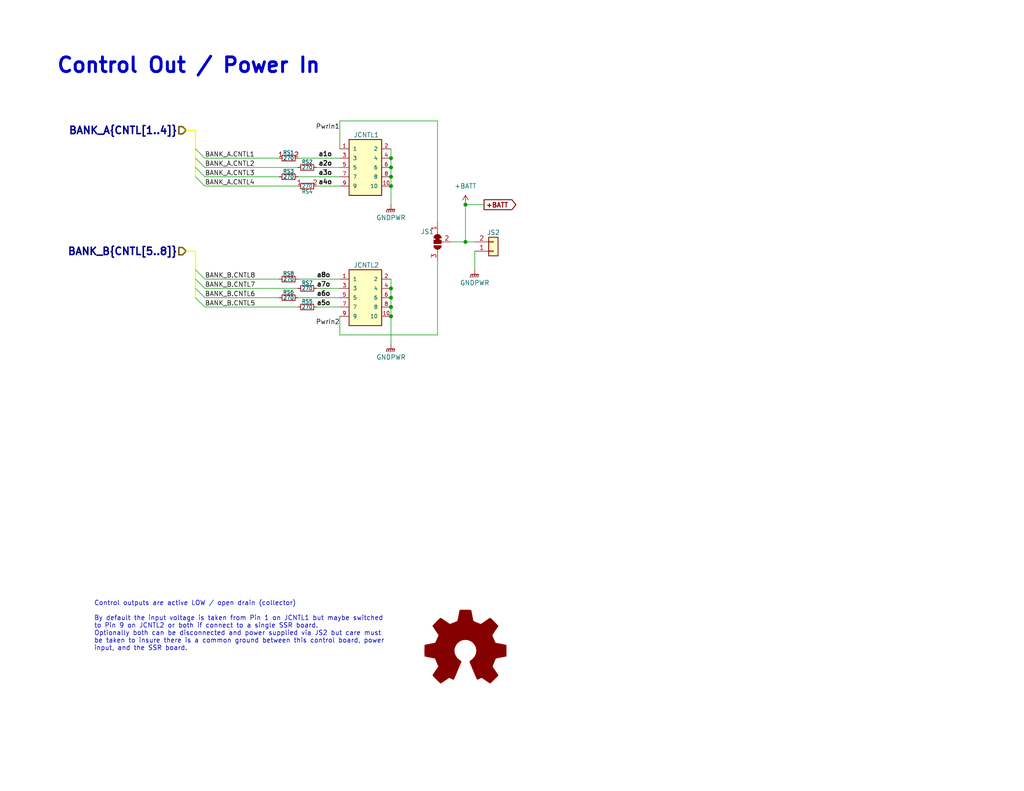
<source format=kicad_sch>
(kicad_sch (version 20211123) (generator eeschema)

  (uuid deebf65a-14ae-4e36-bfeb-9d99986ff000)

  (paper "USLetter")

  (title_block
    (date "2023-02-03")
    (rev "0.0.10")
    (comment 2 "creativecommons.org/licenses/by/4.0/")
    (comment 3 "License: CC By 4.0")
    (comment 4 "Author: Michael Cummings")
    (comment 5 "https://ohwr.org/project/cernohl/wikis/Documents/CERN-OHL-version-2")
    (comment 6 "Hardware License: CERN-OHL-W")
  )

  (lib_symbols
    (symbol "Connector_Generic:Conn_01x02" (pin_names (offset 1.016) hide) (in_bom yes) (on_board yes)
      (property "Reference" "JS2" (id 0) (at 0 4.826 0)
        (effects (font (size 1.27 1.27)))
      )
      (property "Value" "Conn_01x02" (id 1) (at 5.715 -22.225 0)
        (effects (font (size 1.27 1.27)) hide)
      )
      (property "Footprint" "Connector_PinHeader_1.00mm:PinHeader_1x02_P1.00mm_Vertical" (id 2) (at 19.05 -12.7 0)
        (effects (font (size 1.27 1.27)) hide)
      )
      (property "Datasheet" "~" (id 3) (at 0 0 0)
        (effects (font (size 1.27 1.27)) hide)
      )
      (property "Description" "Pin Header; 1mm 1x2 Vertical" (id 4) (at 13.97 -9.525 0)
        (effects (font (size 1.27 1.27)) hide)
      )
      (property "Package" "Other" (id 5) (at 2.54 -16.51 0)
        (effects (font (size 1.27 1.27)) hide)
      )
      (property "Type" "THT" (id 6) (at 1.27 -19.685 0)
        (effects (font (size 1.27 1.27)) hide)
      )
      (property "ki_keywords" "connector" (id 7) (at 0 0 0)
        (effects (font (size 1.27 1.27)) hide)
      )
      (property "ki_description" "Generic connector, single row, 01x02, script generated (kicad-library-utils/schlib/autogen/connector/)" (id 8) (at 0 0 0)
        (effects (font (size 1.27 1.27)) hide)
      )
      (property "ki_fp_filters" "Connector*:*_1x??_*" (id 9) (at 0 0 0)
        (effects (font (size 1.27 1.27)) hide)
      )
      (symbol "Conn_01x02_1_1"
        (rectangle (start -1.27 -2.413) (end 0 -2.667)
          (stroke (width 0.1524) (type default) (color 0 0 0 0))
          (fill (type none))
        )
        (rectangle (start -1.27 0.127) (end 0 -0.127)
          (stroke (width 0.1524) (type default) (color 0 0 0 0))
          (fill (type none))
        )
        (rectangle (start -1.27 1.27) (end 1.27 -3.81)
          (stroke (width 0.254) (type default) (color 0 0 0 0))
          (fill (type background))
        )
        (pin passive line (at -5.08 0 0) (length 3.81)
          (name "Pin_1" (effects (font (size 1.27 1.27))))
          (number "1" (effects (font (size 1.27 1.27))))
        )
        (pin passive line (at -5.08 -2.54 0) (length 3.81)
          (name "Pin_2" (effects (font (size 1.27 1.27))))
          (number "2" (effects (font (size 1.27 1.27))))
        )
      )
    )
    (symbol "Device:R_Small" (pin_numbers hide) (pin_names (offset 0.254) hide) (in_bom yes) (on_board yes)
      (property "Reference" "R" (id 0) (at 0.762 0.508 0)
        (effects (font (size 1.27 1.27)) (justify left))
      )
      (property "Value" "R_Small" (id 1) (at 0.762 -1.016 0)
        (effects (font (size 1.27 1.27)) (justify left))
      )
      (property "Footprint" "" (id 2) (at 0 0 0)
        (effects (font (size 1.27 1.27)) hide)
      )
      (property "Datasheet" "~" (id 3) (at 0 0 0)
        (effects (font (size 1.27 1.27)) hide)
      )
      (property "ki_keywords" "R resistor" (id 4) (at 0 0 0)
        (effects (font (size 1.27 1.27)) hide)
      )
      (property "ki_description" "Resistor, small symbol" (id 5) (at 0 0 0)
        (effects (font (size 1.27 1.27)) hide)
      )
      (property "ki_fp_filters" "R_*" (id 6) (at 0 0 0)
        (effects (font (size 1.27 1.27)) hide)
      )
      (symbol "R_Small_0_1"
        (rectangle (start -0.762 1.778) (end 0.762 -1.778)
          (stroke (width 0.2032) (type default) (color 0 0 0 0))
          (fill (type none))
        )
      )
      (symbol "R_Small_1_1"
        (pin passive line (at 0 2.54 270) (length 0.762)
          (name "~" (effects (font (size 1.27 1.27))))
          (number "1" (effects (font (size 1.27 1.27))))
        )
        (pin passive line (at 0 -2.54 90) (length 0.762)
          (name "~" (effects (font (size 1.27 1.27))))
          (number "2" (effects (font (size 1.27 1.27))))
        )
      )
    )
    (symbol "Graphic:Logo_Open_Hardware_Large" (pin_names (offset 1.016)) (in_bom yes) (on_board yes)
      (property "Reference" "#LOGO" (id 0) (at 0 12.7 0)
        (effects (font (size 1.27 1.27)) hide)
      )
      (property "Value" "Logo_Open_Hardware_Large" (id 1) (at 0 -10.16 0)
        (effects (font (size 1.27 1.27)) hide)
      )
      (property "Footprint" "" (id 2) (at 0 0 0)
        (effects (font (size 1.27 1.27)) hide)
      )
      (property "Datasheet" "~" (id 3) (at 0 0 0)
        (effects (font (size 1.27 1.27)) hide)
      )
      (property "ki_keywords" "Logo" (id 4) (at 0 0 0)
        (effects (font (size 1.27 1.27)) hide)
      )
      (property "ki_description" "Open Hardware logo, large" (id 5) (at 0 0 0)
        (effects (font (size 1.27 1.27)) hide)
      )
      (symbol "Logo_Open_Hardware_Large_1_1"
        (polyline
          (pts
            (xy 6.731 -8.7122)
            (xy 6.6294 -8.6614)
            (xy 6.35 -8.4836)
            (xy 5.9944 -8.255)
            (xy 5.5372 -7.9502)
            (xy 5.1054 -7.6454)
            (xy 4.7498 -7.4168)
            (xy 4.4958 -7.239)
            (xy 4.3942 -7.1882)
            (xy 4.318 -7.2136)
            (xy 4.1148 -7.3152)
            (xy 3.81 -7.4676)
            (xy 3.6322 -7.5692)
            (xy 3.3528 -7.6708)
            (xy 3.2258 -7.6962)
            (xy 3.2004 -7.6708)
            (xy 3.0988 -7.4676)
            (xy 2.9464 -7.0866)
            (xy 2.7178 -6.604)
            (xy 2.4892 -6.0452)
            (xy 2.2352 -5.4356)
            (xy 1.9558 -4.826)
            (xy 1.7272 -4.2164)
            (xy 1.4986 -3.683)
            (xy 1.3208 -3.2512)
            (xy 1.2192 -2.9464)
            (xy 1.1684 -2.8194)
            (xy 1.1938 -2.794)
            (xy 1.3208 -2.667)
            (xy 1.5748 -2.4892)
            (xy 2.0828 -2.0574)
            (xy 2.6162 -1.397)
            (xy 2.921 -0.6604)
            (xy 3.048 0.1524)
            (xy 2.9464 0.9144)
            (xy 2.6416 1.6256)
            (xy 2.1336 2.286)
            (xy 1.524 2.7686)
            (xy 0.8128 3.0734)
            (xy 0 3.175)
            (xy -0.762 3.0988)
            (xy -1.4986 2.794)
            (xy -2.159 2.286)
            (xy -2.4384 1.9812)
            (xy -2.8194 1.3208)
            (xy -3.048 0.6096)
            (xy -3.0734 0.4318)
            (xy -3.0226 -0.3556)
            (xy -2.794 -1.0922)
            (xy -2.3876 -1.7526)
            (xy -1.8288 -2.3114)
            (xy -1.7526 -2.3622)
            (xy -1.4732 -2.5654)
            (xy -1.2954 -2.6924)
            (xy -1.1684 -2.8194)
            (xy -2.159 -5.207)
            (xy -2.3114 -5.588)
            (xy -2.5908 -6.2484)
            (xy -2.8194 -6.8072)
            (xy -3.0226 -7.2644)
            (xy -3.1496 -7.5692)
            (xy -3.2258 -7.6708)
            (xy -3.2258 -7.6962)
            (xy -3.302 -7.6962)
            (xy -3.4798 -7.6454)
            (xy -3.8354 -7.4676)
            (xy -4.0386 -7.366)
            (xy -4.2926 -7.239)
            (xy -4.4196 -7.1882)
            (xy -4.5212 -7.239)
            (xy -4.7498 -7.3914)
            (xy -5.1054 -7.6454)
            (xy -5.5372 -7.9248)
            (xy -5.9436 -8.2042)
            (xy -6.3246 -8.4582)
            (xy -6.604 -8.636)
            (xy -6.731 -8.7122)
            (xy -6.7564 -8.7122)
            (xy -6.858 -8.636)
            (xy -7.0866 -8.4582)
            (xy -7.4168 -8.1534)
            (xy -7.874 -7.6962)
            (xy -7.9502 -7.62)
            (xy -8.3312 -7.239)
            (xy -8.636 -6.9088)
            (xy -8.8392 -6.6802)
            (xy -8.9154 -6.5786)
            (xy -8.9154 -6.5786)
            (xy -8.8392 -6.4516)
            (xy -8.6614 -6.1722)
            (xy -8.4328 -5.7912)
            (xy -8.128 -5.3594)
            (xy -7.3152 -4.191)
            (xy -7.7724 -3.0988)
            (xy -7.8994 -2.7686)
            (xy -8.0772 -2.3622)
            (xy -8.2042 -2.0828)
            (xy -8.255 -1.9558)
            (xy -8.382 -1.905)
            (xy -8.6614 -1.8542)
            (xy -9.0932 -1.7526)
            (xy -9.6266 -1.651)
            (xy -10.1092 -1.5748)
            (xy -10.541 -1.4732)
            (xy -10.8712 -1.4224)
            (xy -11.0236 -1.397)
            (xy -11.049 -1.3716)
            (xy -11.0744 -1.2954)
            (xy -11.0998 -1.143)
            (xy -11.0998 -0.889)
            (xy -11.1252 -0.4572)
            (xy -11.1252 0.1524)
            (xy -11.1252 0.2286)
            (xy -11.0998 0.8128)
            (xy -11.0998 1.27)
            (xy -11.0744 1.5494)
            (xy -11.0744 1.6764)
            (xy -11.0744 1.6764)
            (xy -10.922 1.7018)
            (xy -10.6172 1.778)
            (xy -10.16 1.8542)
            (xy -9.652 1.9558)
            (xy -9.6012 1.9812)
            (xy -9.0932 2.0828)
            (xy -8.636 2.159)
            (xy -8.3312 2.2352)
            (xy -8.2042 2.286)
            (xy -8.1788 2.3114)
            (xy -8.0772 2.5146)
            (xy -7.9248 2.8448)
            (xy -7.747 3.2512)
            (xy -7.5692 3.6576)
            (xy -7.4168 4.0386)
            (xy -7.3152 4.318)
            (xy -7.2898 4.445)
            (xy -7.2898 4.445)
            (xy -7.366 4.572)
            (xy -7.5438 4.826)
            (xy -7.7978 5.207)
            (xy -8.128 5.6642)
            (xy -8.128 5.6896)
            (xy -8.4328 6.1468)
            (xy -8.6868 6.5278)
            (xy -8.8392 6.7818)
            (xy -8.9154 6.9088)
            (xy -8.9154 6.9088)
            (xy -8.8138 7.0358)
            (xy -8.5852 7.2898)
            (xy -8.255 7.6454)
            (xy -7.874 8.0264)
            (xy -7.747 8.1534)
            (xy -7.3152 8.5852)
            (xy -7.0104 8.8646)
            (xy -6.8326 8.9916)
            (xy -6.731 9.0424)
            (xy -6.731 9.0424)
            (xy -6.604 8.9408)
            (xy -6.3246 8.763)
            (xy -5.9436 8.509)
            (xy -5.4864 8.2042)
            (xy -5.461 8.1788)
            (xy -5.0038 7.874)
            (xy -4.6482 7.62)
            (xy -4.3688 7.4422)
            (xy -4.2672 7.3914)
            (xy -4.2418 7.3914)
            (xy -4.064 7.4422)
            (xy -3.7338 7.5438)
            (xy -3.3528 7.6962)
            (xy -2.9464 7.874)
            (xy -2.5654 8.0264)
            (xy -2.286 8.1534)
            (xy -2.159 8.2296)
            (xy -2.159 8.2296)
            (xy -2.1082 8.382)
            (xy -2.032 8.7122)
            (xy -1.9304 9.1694)
            (xy -1.8288 9.7282)
            (xy -1.8034 9.8044)
            (xy -1.7018 10.3378)
            (xy -1.6256 10.7696)
            (xy -1.5748 11.0744)
            (xy -1.524 11.2014)
            (xy -1.4478 11.2268)
            (xy -1.1938 11.2522)
            (xy -0.8128 11.2522)
            (xy -0.3302 11.2522)
            (xy 0.1524 11.2522)
            (xy 0.6604 11.2522)
            (xy 1.0668 11.2268)
            (xy 1.3716 11.2014)
            (xy 1.4986 11.176)
            (xy 1.4986 11.176)
            (xy 1.5494 11.0236)
            (xy 1.6256 10.6934)
            (xy 1.7018 10.2108)
            (xy 1.8288 9.6774)
            (xy 1.8288 9.5758)
            (xy 1.9304 9.0424)
            (xy 2.032 8.6106)
            (xy 2.0828 8.3058)
            (xy 2.1336 8.2042)
            (xy 2.159 8.1788)
            (xy 2.3876 8.0772)
            (xy 2.7432 7.9248)
            (xy 3.175 7.747)
            (xy 4.191 7.3406)
            (xy 5.461 8.2042)
            (xy 5.5626 8.2804)
            (xy 6.0198 8.5852)
            (xy 6.3754 8.8392)
            (xy 6.6294 8.9916)
            (xy 6.7564 9.0424)
            (xy 6.7564 9.0424)
            (xy 6.8834 8.9408)
            (xy 7.1374 8.7122)
            (xy 7.4676 8.382)
            (xy 7.8486 7.9756)
            (xy 8.1534 7.6962)
            (xy 8.4836 7.3406)
            (xy 8.7122 7.112)
            (xy 8.8392 6.9596)
            (xy 8.8646 6.858)
            (xy 8.8646 6.8072)
            (xy 8.7884 6.6802)
            (xy 8.6106 6.4008)
            (xy 8.3312 6.0198)
            (xy 8.0264 5.588)
            (xy 7.7978 5.207)
            (xy 7.5184 4.8006)
            (xy 7.3406 4.4958)
            (xy 7.2898 4.3434)
            (xy 7.2898 4.2926)
            (xy 7.3914 4.0386)
            (xy 7.5184 3.683)
            (xy 7.7216 3.2258)
            (xy 8.1534 2.2352)
            (xy 8.7884 2.1082)
            (xy 9.1948 2.0574)
            (xy 9.7536 1.9304)
            (xy 10.2616 1.8288)
            (xy 11.0998 1.6764)
            (xy 11.1252 -1.3208)
            (xy 10.9982 -1.3716)
            (xy 10.8712 -1.397)
            (xy 10.5664 -1.4732)
            (xy 10.1346 -1.5494)
            (xy 9.6266 -1.651)
            (xy 9.1948 -1.7272)
            (xy 8.7376 -1.8288)
            (xy 8.4328 -1.8796)
            (xy 8.2804 -1.905)
            (xy 8.255 -1.9558)
            (xy 8.1534 -2.159)
            (xy 7.9756 -2.5146)
            (xy 7.8232 -2.921)
            (xy 7.6454 -3.3274)
            (xy 7.493 -3.7338)
            (xy 7.366 -4.0132)
            (xy 7.3406 -4.191)
            (xy 7.3914 -4.2926)
            (xy 7.5692 -4.5466)
            (xy 7.7978 -4.9276)
            (xy 8.1026 -5.3594)
            (xy 8.4074 -5.7912)
            (xy 8.6614 -6.1722)
            (xy 8.8138 -6.4262)
            (xy 8.89 -6.5532)
            (xy 8.8646 -6.6548)
            (xy 8.6868 -6.858)
            (xy 8.3566 -7.1882)
            (xy 7.874 -7.6708)
            (xy 7.7978 -7.747)
            (xy 7.3914 -8.128)
            (xy 7.0612 -8.4328)
            (xy 6.8326 -8.636)
            (xy 6.731 -8.7122)
          )
          (stroke (width 0) (type default) (color 0 0 0 0))
          (fill (type outline))
        )
      )
    )
    (symbol "Jumper:SolderJumper_3_Bridged12" (pin_names (offset 0) hide) (in_bom yes) (on_board yes)
      (property "Reference" "JS1" (id 0) (at -2.54 0 0)
        (effects (font (size 1.27 1.27)))
      )
      (property "Value" "SolderJumper_3_Bridged12" (id 1) (at 18.415 -15.24 0)
        (effects (font (size 1.27 1.27)) hide)
      )
      (property "Footprint" "Jumper:SolderJumper-3_P1.3mm_Bridged12_RoundedPad1.0x1.5mm_NumberLabels" (id 2) (at 39.37 -19.685 0)
        (effects (font (size 1.27 1.27)) hide)
      )
      (property "Datasheet" "~" (id 3) (at 1.905 -22.86 0)
        (effects (font (size 1.27 1.27)) hide)
      )
      (property "ki_keywords" "Solder Jumper SPDT" (id 4) (at 0 0 0)
        (effects (font (size 1.27 1.27)) hide)
      )
      (property "ki_description" "3-pole Solder Jumper, pins 1+2 closed/bridged" (id 5) (at 0 0 0)
        (effects (font (size 1.27 1.27)) hide)
      )
      (property "ki_fp_filters" "SolderJumper*Bridged12*" (id 6) (at 0 0 0)
        (effects (font (size 1.27 1.27)) hide)
      )
      (symbol "SolderJumper_3_Bridged12_0_1"
        (rectangle (start -1.016 0.508) (end -0.508 -0.508)
          (stroke (width 0) (type default) (color 0 0 0 0))
          (fill (type outline))
        )
        (arc (start -1.016 1.016) (mid -2.032 0) (end -1.016 -1.016)
          (stroke (width 0) (type default) (color 0 0 0 0))
          (fill (type none))
        )
        (arc (start -1.016 1.016) (mid -2.032 0) (end -1.016 -1.016)
          (stroke (width 0) (type default) (color 0 0 0 0))
          (fill (type outline))
        )
        (rectangle (start -0.508 1.016) (end 0.508 -1.016)
          (stroke (width 0) (type default) (color 0 0 0 0))
          (fill (type outline))
        )
        (polyline
          (pts
            (xy -2.54 0)
            (xy -2.032 0)
          )
          (stroke (width 0) (type default) (color 0 0 0 0))
          (fill (type none))
        )
        (polyline
          (pts
            (xy -1.016 1.016)
            (xy -1.016 -1.016)
          )
          (stroke (width 0) (type default) (color 0 0 0 0))
          (fill (type none))
        )
        (polyline
          (pts
            (xy 0 -1.27)
            (xy 0 -1.016)
          )
          (stroke (width 0) (type default) (color 0 0 0 0))
          (fill (type none))
        )
        (polyline
          (pts
            (xy 1.016 1.016)
            (xy 1.016 -1.016)
          )
          (stroke (width 0) (type default) (color 0 0 0 0))
          (fill (type none))
        )
        (polyline
          (pts
            (xy 2.54 0)
            (xy 2.032 0)
          )
          (stroke (width 0) (type default) (color 0 0 0 0))
          (fill (type none))
        )
        (arc (start 1.016 -1.016) (mid 2.032 0) (end 1.016 1.016)
          (stroke (width 0) (type default) (color 0 0 0 0))
          (fill (type none))
        )
        (arc (start 1.016 -1.016) (mid 2.032 0) (end 1.016 1.016)
          (stroke (width 0) (type default) (color 0 0 0 0))
          (fill (type outline))
        )
      )
      (symbol "SolderJumper_3_Bridged12_1_1"
        (pin power_in line (at -5.08 0 0) (length 2.54)
          (name "A" (effects (font (size 1.27 1.27))))
          (number "1" (effects (font (size 1.27 1.27))))
        )
        (pin power_out line (at 0 -3.81 90) (length 2.54)
          (name "C" (effects (font (size 1.27 1.27))))
          (number "2" (effects (font (size 1.27 1.27))))
        )
        (pin power_in line (at 5.08 0 180) (length 2.54)
          (name "B" (effects (font (size 1.27 1.27))))
          (number "3" (effects (font (size 1.27 1.27))))
        )
      )
    )
    (symbol "R_Small_1" (pin_names (offset 0.254) hide) (in_bom yes) (on_board yes)
      (property "Reference" "R" (id 0) (at 0.762 0.508 0)
        (effects (font (size 1.27 1.27)) (justify left))
      )
      (property "Value" "R_Small_1" (id 1) (at 0.762 -1.016 0)
        (effects (font (size 1.27 1.27)) (justify left))
      )
      (property "Footprint" "" (id 2) (at 0 0 0)
        (effects (font (size 1.27 1.27)) hide)
      )
      (property "Datasheet" "~" (id 3) (at 0 0 0)
        (effects (font (size 1.27 1.27)) hide)
      )
      (property "ki_keywords" "R resistor" (id 4) (at 0 0 0)
        (effects (font (size 1.27 1.27)) hide)
      )
      (property "ki_description" "Resistor, small symbol" (id 5) (at 0 0 0)
        (effects (font (size 1.27 1.27)) hide)
      )
      (property "ki_fp_filters" "R_*" (id 6) (at 0 0 0)
        (effects (font (size 1.27 1.27)) hide)
      )
      (symbol "R_Small_1_0_1"
        (rectangle (start -0.762 1.778) (end 0.762 -1.778)
          (stroke (width 0.2032) (type default) (color 0 0 0 0))
          (fill (type none))
        )
      )
      (symbol "R_Small_1_1_1"
        (pin passive line (at 0 2.54 270) (length 0.762)
          (name "~" (effects (font (size 1.27 1.27))))
          (number "1" (effects (font (size 1.27 1.27))))
        )
        (pin passive line (at 0 -2.54 90) (length 0.762)
          (name "~" (effects (font (size 1.27 1.27))))
          (number "2" (effects (font (size 1.27 1.27))))
        )
      )
    )
    (symbol "R_Small_2" (pin_numbers hide) (pin_names (offset 0.254) hide) (in_bom yes) (on_board yes)
      (property "Reference" "R" (id 0) (at 0.762 0.508 0)
        (effects (font (size 1.27 1.27)) (justify left))
      )
      (property "Value" "R_Small_2" (id 1) (at 0.762 -1.016 0)
        (effects (font (size 1.27 1.27)) (justify left))
      )
      (property "Footprint" "" (id 2) (at 0 0 0)
        (effects (font (size 1.27 1.27)) hide)
      )
      (property "Datasheet" "~" (id 3) (at 0 0 0)
        (effects (font (size 1.27 1.27)) hide)
      )
      (property "ki_keywords" "R resistor" (id 4) (at 0 0 0)
        (effects (font (size 1.27 1.27)) hide)
      )
      (property "ki_description" "Resistor, small symbol" (id 5) (at 0 0 0)
        (effects (font (size 1.27 1.27)) hide)
      )
      (property "ki_fp_filters" "R_*" (id 6) (at 0 0 0)
        (effects (font (size 1.27 1.27)) hide)
      )
      (symbol "R_Small_2_0_1"
        (rectangle (start -0.762 1.778) (end 0.762 -1.778)
          (stroke (width 0.2032) (type default) (color 0 0 0 0))
          (fill (type none))
        )
      )
      (symbol "R_Small_2_1_1"
        (pin passive line (at 0 2.54 270) (length 0.762)
          (name "~" (effects (font (size 1.27 1.27))))
          (number "1" (effects (font (size 1.27 1.27))))
        )
        (pin passive line (at 0 -2.54 90) (length 0.762)
          (name "~" (effects (font (size 1.27 1.27))))
          (number "2" (effects (font (size 1.27 1.27))))
        )
      )
    )
    (symbol "R_Small_3" (pin_names (offset 0.254) hide) (in_bom yes) (on_board yes)
      (property "Reference" "R" (id 0) (at 0.762 0.508 0)
        (effects (font (size 1.27 1.27)) (justify left))
      )
      (property "Value" "R_Small_3" (id 1) (at 0.762 -1.016 0)
        (effects (font (size 1.27 1.27)) (justify left))
      )
      (property "Footprint" "" (id 2) (at 0 0 0)
        (effects (font (size 1.27 1.27)) hide)
      )
      (property "Datasheet" "~" (id 3) (at 0 0 0)
        (effects (font (size 1.27 1.27)) hide)
      )
      (property "ki_keywords" "R resistor" (id 4) (at 0 0 0)
        (effects (font (size 1.27 1.27)) hide)
      )
      (property "ki_description" "Resistor, small symbol" (id 5) (at 0 0 0)
        (effects (font (size 1.27 1.27)) hide)
      )
      (property "ki_fp_filters" "R_*" (id 6) (at 0 0 0)
        (effects (font (size 1.27 1.27)) hide)
      )
      (symbol "R_Small_3_0_1"
        (rectangle (start -0.762 1.778) (end 0.762 -1.778)
          (stroke (width 0.2032) (type default) (color 0 0 0 0))
          (fill (type none))
        )
      )
      (symbol "R_Small_3_1_1"
        (pin passive line (at 0 2.54 270) (length 0.762)
          (name "~" (effects (font (size 1.27 1.27))))
          (number "1" (effects (font (size 1.27 1.27))))
        )
        (pin passive line (at 0 -2.54 90) (length 0.762)
          (name "~" (effects (font (size 1.27 1.27))))
          (number "2" (effects (font (size 1.27 1.27))))
        )
      )
    )
    (symbol "SHF-105-01-L-D-RA_1" (pin_names (offset 1.016)) (in_bom yes) (on_board yes)
      (property "Reference" "JCNTL1" (id 0) (at 0.254 8.89 0)
        (effects (font (size 1.27 1.27)))
      )
      (property "Value" "SHF-105-01-L-D-RA_1" (id 1) (at -11.43 -26.67 0)
        (effects (font (size 1.27 1.27)) (justify left bottom) hide)
      )
      (property "Footprint" "dragon_mobile:SAMTEC_SHF-105-01-L-D-RA" (id 2) (at 0 -16.51 0)
        (effects (font (size 1.27 1.27)) (justify left bottom) hide)
      )
      (property "Datasheet" "https://www.mouser.com/datasheet/2/527/shf-2854584.pdf" (id 3) (at 0 -19.05 0)
        (effects (font (size 1.27 1.27)) (justify left bottom) hide)
      )
      (property "Description" "Headers & Wire Housings Shrouded Terminal Strip, 0.050\"(1.27mm) pitch, Pin(Male), Right Angle, IDC; 10 Pos. 2 Rows;" (id 4) (at 0 -21.59 0)
        (effects (font (size 1.27 1.27)) (justify left bottom) hide)
      )
      (property "MFN" "Samtec" (id 5) (at 0 -24.13 0)
        (effects (font (size 1.27 1.27)) (justify left bottom) hide)
      )
      (property "MFP" "SHF-105-01-L-D-RA-TR" (id 6) (at 0 -26.67 0)
        (effects (font (size 1.27 1.27)) (justify left bottom) hide)
      )
      (property "Type" "THT" (id 7) (at 0 -29.21 0)
        (effects (font (size 1.27 1.27)) (justify left bottom) hide)
      )
      (property "Height (mm)" "5.33" (id 8) (at 0 -31.75 0)
        (effects (font (size 1.27 1.27)) (justify left bottom) hide)
      )
      (property "Mouser Part Number" "200-SHF10501LDRATR" (id 9) (at 0 -34.29 0)
        (effects (font (size 1.27 1.27)) (justify left bottom) hide)
      )
      (property "Mouser Price/Stock" "https://www.mouser.com/ProductDetail/Samtec/SHF-105-01-L-D-RA-TR?qs=%252BZP6%2F%252BtExtA3jdVUpsGHlg%3D%3D" (id 10) (at 0 -36.83 0)
        (effects (font (size 1.27 1.27)) (justify left bottom) hide)
      )
      (property "ki_keywords" "Connector" (id 11) (at 0 0 0)
        (effects (font (size 1.27 1.27)) hide)
      )
      (property "ki_description" "Shrouded Terminal Strip, 0.050'' pitch, SHF-105-01-L-D-RA" (id 12) (at 0 0 0)
        (effects (font (size 1.27 1.27)) hide)
      )
      (symbol "SHF-105-01-L-D-RA_1_0_0"
        (rectangle (start -4.445 7.62) (end 4.445 -7.62)
          (stroke (width 0.254) (type default) (color 0 0 0 0))
          (fill (type background))
        )
        (pin power_out line (at -6.985 5.08 0) (length 2.54)
          (name "1" (effects (font (size 1.016 1.016))))
          (number "1" (effects (font (size 1.016 1.016))))
        )
        (pin passive line (at 6.985 -5.08 180) (length 2.54)
          (name "10" (effects (font (size 1.016 1.016))))
          (number "10" (effects (font (size 1.016 1.016))))
        )
        (pin passive line (at 6.985 5.08 180) (length 2.54)
          (name "2" (effects (font (size 1.016 1.016))))
          (number "2" (effects (font (size 1.016 1.016))))
        )
        (pin passive line (at -6.985 2.54 0) (length 2.54)
          (name "3" (effects (font (size 1.016 1.016))))
          (number "3" (effects (font (size 1.016 1.016))))
        )
        (pin passive line (at 6.985 2.54 180) (length 2.54)
          (name "4" (effects (font (size 1.016 1.016))))
          (number "4" (effects (font (size 1.016 1.016))))
        )
        (pin passive line (at -6.985 0 0) (length 2.54)
          (name "5" (effects (font (size 1.016 1.016))))
          (number "5" (effects (font (size 1.016 1.016))))
        )
        (pin passive line (at 6.985 0 180) (length 2.54)
          (name "6" (effects (font (size 1.016 1.016))))
          (number "6" (effects (font (size 1.016 1.016))))
        )
        (pin passive line (at -6.985 -2.54 0) (length 2.54)
          (name "7" (effects (font (size 1.016 1.016))))
          (number "7" (effects (font (size 1.016 1.016))))
        )
        (pin passive line (at 6.985 -2.54 180) (length 2.54)
          (name "8" (effects (font (size 1.016 1.016))))
          (number "8" (effects (font (size 1.016 1.016))))
        )
        (pin passive line (at -6.985 -5.08 0) (length 2.54)
          (name "9" (effects (font (size 1.016 1.016))))
          (number "9" (effects (font (size 1.016 1.016))))
        )
      )
    )
    (symbol "dragon_mobile:SHF-105-01-L-D-RA" (pin_names (offset 1.016)) (in_bom yes) (on_board yes)
      (property "Reference" "JCNTL2" (id 0) (at 0.254 8.89 0)
        (effects (font (size 1.27 1.27)))
      )
      (property "Value" "SHF-105-01-L-D-RA" (id 1) (at -11.43 -26.67 0)
        (effects (font (size 1.27 1.27)) (justify left bottom) hide)
      )
      (property "Footprint" "dragon_mobile:SAMTEC_SHF-105-01-L-D-RA" (id 2) (at 0 -16.51 0)
        (effects (font (size 1.27 1.27)) (justify left bottom) hide)
      )
      (property "Datasheet" "https://www.mouser.com/datasheet/2/527/shf-2854584.pdf" (id 3) (at 0 -19.05 0)
        (effects (font (size 1.27 1.27)) (justify left bottom) hide)
      )
      (property "Description" "Headers & Wire Housings Shrouded Terminal Strip, 0.050\"(1.27mm) pitch, Pin(Male), Right Angle, IDC; 10 Pos. 2 Rows;" (id 4) (at 0 -21.59 0)
        (effects (font (size 1.27 1.27)) (justify left bottom) hide)
      )
      (property "MFN" "Samtec" (id 5) (at 0 -24.13 0)
        (effects (font (size 1.27 1.27)) (justify left bottom) hide)
      )
      (property "MFP" "SHF-105-01-L-D-RA-TR" (id 6) (at 0 -26.67 0)
        (effects (font (size 1.27 1.27)) (justify left bottom) hide)
      )
      (property "Type" "THT" (id 7) (at 0 -29.21 0)
        (effects (font (size 1.27 1.27)) (justify left bottom) hide)
      )
      (property "Height (mm)" "5.33" (id 8) (at 0 -31.75 0)
        (effects (font (size 1.27 1.27)) (justify left bottom) hide)
      )
      (property "Mouser Part Number" "200-SHF10501LDRATR" (id 9) (at 0 -34.29 0)
        (effects (font (size 1.27 1.27)) (justify left bottom) hide)
      )
      (property "Mouser Price/Stock" "https://www.mouser.com/ProductDetail/Samtec/SHF-105-01-L-D-RA-TR?qs=%252BZP6%2F%252BtExtA3jdVUpsGHlg%3D%3D" (id 10) (at 0 -36.83 0)
        (effects (font (size 1.27 1.27)) (justify left bottom) hide)
      )
      (property "ki_keywords" "Connector" (id 11) (at 0 0 0)
        (effects (font (size 1.27 1.27)) hide)
      )
      (property "ki_description" "Shrouded Terminal Strip, 0.050'' pitch, SHF-105-01-L-D-RA" (id 12) (at 0 0 0)
        (effects (font (size 1.27 1.27)) hide)
      )
      (symbol "SHF-105-01-L-D-RA_0_0"
        (rectangle (start -4.445 7.62) (end 4.445 -7.62)
          (stroke (width 0.254) (type default) (color 0 0 0 0))
          (fill (type background))
        )
        (pin passive line (at -6.985 5.08 0) (length 2.54)
          (name "1" (effects (font (size 1.016 1.016))))
          (number "1" (effects (font (size 1.016 1.016))))
        )
        (pin passive line (at 6.985 -5.08 180) (length 2.54)
          (name "10" (effects (font (size 1.016 1.016))))
          (number "10" (effects (font (size 1.016 1.016))))
        )
        (pin passive line (at 6.985 5.08 180) (length 2.54)
          (name "2" (effects (font (size 1.016 1.016))))
          (number "2" (effects (font (size 1.016 1.016))))
        )
        (pin passive line (at -6.985 2.54 0) (length 2.54)
          (name "3" (effects (font (size 1.016 1.016))))
          (number "3" (effects (font (size 1.016 1.016))))
        )
        (pin passive line (at 6.985 2.54 180) (length 2.54)
          (name "4" (effects (font (size 1.016 1.016))))
          (number "4" (effects (font (size 1.016 1.016))))
        )
        (pin passive line (at -6.985 0 0) (length 2.54)
          (name "5" (effects (font (size 1.016 1.016))))
          (number "5" (effects (font (size 1.016 1.016))))
        )
        (pin passive line (at 6.985 0 180) (length 2.54)
          (name "6" (effects (font (size 1.016 1.016))))
          (number "6" (effects (font (size 1.016 1.016))))
        )
        (pin passive line (at -6.985 -2.54 0) (length 2.54)
          (name "7" (effects (font (size 1.016 1.016))))
          (number "7" (effects (font (size 1.016 1.016))))
        )
        (pin passive line (at 6.985 -2.54 180) (length 2.54)
          (name "8" (effects (font (size 1.016 1.016))))
          (number "8" (effects (font (size 1.016 1.016))))
        )
        (pin power_out line (at -6.985 -5.08 0) (length 2.54)
          (name "9" (effects (font (size 1.016 1.016))))
          (number "9" (effects (font (size 1.016 1.016))))
        )
      )
    )
    (symbol "power:+BATT" (power) (pin_names (offset 0)) (in_bom yes) (on_board yes)
      (property "Reference" "#PWR" (id 0) (at 0 -3.81 0)
        (effects (font (size 1.27 1.27)) hide)
      )
      (property "Value" "+BATT" (id 1) (at 0 3.556 0)
        (effects (font (size 1.27 1.27)))
      )
      (property "Footprint" "" (id 2) (at 0 0 0)
        (effects (font (size 1.27 1.27)) hide)
      )
      (property "Datasheet" "" (id 3) (at 0 0 0)
        (effects (font (size 1.27 1.27)) hide)
      )
      (property "ki_keywords" "global power battery" (id 4) (at 0 0 0)
        (effects (font (size 1.27 1.27)) hide)
      )
      (property "ki_description" "Power symbol creates a global label with name \"+BATT\"" (id 5) (at 0 0 0)
        (effects (font (size 1.27 1.27)) hide)
      )
      (symbol "+BATT_0_1"
        (polyline
          (pts
            (xy -0.762 1.27)
            (xy 0 2.54)
          )
          (stroke (width 0) (type default) (color 0 0 0 0))
          (fill (type none))
        )
        (polyline
          (pts
            (xy 0 0)
            (xy 0 2.54)
          )
          (stroke (width 0) (type default) (color 0 0 0 0))
          (fill (type none))
        )
        (polyline
          (pts
            (xy 0 2.54)
            (xy 0.762 1.27)
          )
          (stroke (width 0) (type default) (color 0 0 0 0))
          (fill (type none))
        )
      )
      (symbol "+BATT_1_1"
        (pin power_in line (at 0 0 90) (length 0) hide
          (name "+BATT" (effects (font (size 1.27 1.27))))
          (number "1" (effects (font (size 1.27 1.27))))
        )
      )
    )
    (symbol "power:GNDPWR" (power) (pin_names (offset 0)) (in_bom yes) (on_board yes)
      (property "Reference" "#PWR" (id 0) (at 0 -5.08 0)
        (effects (font (size 1.27 1.27)) hide)
      )
      (property "Value" "GNDPWR" (id 1) (at 0 -3.302 0)
        (effects (font (size 1.27 1.27)))
      )
      (property "Footprint" "" (id 2) (at 0 -1.27 0)
        (effects (font (size 1.27 1.27)) hide)
      )
      (property "Datasheet" "" (id 3) (at 0 -1.27 0)
        (effects (font (size 1.27 1.27)) hide)
      )
      (property "ki_keywords" "power-flag" (id 4) (at 0 0 0)
        (effects (font (size 1.27 1.27)) hide)
      )
      (property "ki_description" "Power symbol creates a global label with name \"GNDPWR\" , power ground" (id 5) (at 0 0 0)
        (effects (font (size 1.27 1.27)) hide)
      )
      (symbol "GNDPWR_0_1"
        (polyline
          (pts
            (xy 0 -1.27)
            (xy 0 0)
          )
          (stroke (width 0) (type default) (color 0 0 0 0))
          (fill (type none))
        )
        (polyline
          (pts
            (xy -1.016 -1.27)
            (xy -1.27 -2.032)
            (xy -1.27 -2.032)
          )
          (stroke (width 0.2032) (type default) (color 0 0 0 0))
          (fill (type none))
        )
        (polyline
          (pts
            (xy -0.508 -1.27)
            (xy -0.762 -2.032)
            (xy -0.762 -2.032)
          )
          (stroke (width 0.2032) (type default) (color 0 0 0 0))
          (fill (type none))
        )
        (polyline
          (pts
            (xy 0 -1.27)
            (xy -0.254 -2.032)
            (xy -0.254 -2.032)
          )
          (stroke (width 0.2032) (type default) (color 0 0 0 0))
          (fill (type none))
        )
        (polyline
          (pts
            (xy 0.508 -1.27)
            (xy 0.254 -2.032)
            (xy 0.254 -2.032)
          )
          (stroke (width 0.2032) (type default) (color 0 0 0 0))
          (fill (type none))
        )
        (polyline
          (pts
            (xy 1.016 -1.27)
            (xy -1.016 -1.27)
            (xy -1.016 -1.27)
          )
          (stroke (width 0.2032) (type default) (color 0 0 0 0))
          (fill (type none))
        )
        (polyline
          (pts
            (xy 1.016 -1.27)
            (xy 0.762 -2.032)
            (xy 0.762 -2.032)
            (xy 0.762 -2.032)
          )
          (stroke (width 0.2032) (type default) (color 0 0 0 0))
          (fill (type none))
        )
      )
      (symbol "GNDPWR_1_1"
        (pin power_in line (at 0 0 270) (length 0) hide
          (name "GNDPWR" (effects (font (size 1.27 1.27))))
          (number "1" (effects (font (size 1.27 1.27))))
        )
      )
    )
  )

  (junction (at 127 55.88) (diameter 0) (color 0 0 0 0)
    (uuid 06da2f6a-e8fa-4096-a682-24a9af9b4182)
  )
  (junction (at 106.68 78.74) (diameter 0) (color 0 0 0 0)
    (uuid 22d7346d-17ef-42c1-aafd-43fb42a6a91e)
  )
  (junction (at 106.68 48.26) (diameter 0) (color 0 0 0 0)
    (uuid 2449dcc8-5e34-41fa-b898-97db926faea4)
  )
  (junction (at 106.68 86.36) (diameter 0) (color 0 0 0 0)
    (uuid 81244eef-8a0b-468c-b4f5-0c1ef69f3767)
  )
  (junction (at 106.68 83.82) (diameter 0) (color 0 0 0 0)
    (uuid 996f16f5-b8df-4375-927e-7646577817c6)
  )
  (junction (at 106.68 50.8) (diameter 0) (color 0 0 0 0)
    (uuid a8b18636-979e-4a2c-8f5a-3a3ab7f7074a)
  )
  (junction (at 106.68 45.72) (diameter 0) (color 0 0 0 0)
    (uuid b53b26a1-a6dc-46a4-b014-ee09919dd28d)
  )
  (junction (at 127 66.04) (diameter 0) (color 0 0 0 0)
    (uuid c3d730a4-4235-43c2-a59a-57abbf89a582)
  )
  (junction (at 106.68 81.28) (diameter 0) (color 0 0 0 0)
    (uuid fa6e6cf2-b78a-44e1-923e-269354d9db15)
  )
  (junction (at 106.68 43.18) (diameter 0) (color 0 0 0 0)
    (uuid ffc20bec-6e12-40f0-a546-9f4b14385638)
  )

  (bus_entry (at 53.34 48.26) (size 2.54 2.54)
    (stroke (width 0) (type default) (color 0 0 0 0))
    (uuid 3d77213d-b1cb-4185-b221-acb92770cc3c)
  )
  (bus_entry (at 53.34 81.28) (size 2.54 2.54)
    (stroke (width 0) (type default) (color 0 0 0 0))
    (uuid 5319d64c-5770-4342-862a-b1ae84f85e14)
  )
  (bus_entry (at 53.34 45.72) (size 2.54 2.54)
    (stroke (width 0) (type default) (color 0 0 0 0))
    (uuid 7205c97d-aa19-4e48-8772-c07a34f602b2)
  )
  (bus_entry (at 53.34 78.74) (size 2.54 2.54)
    (stroke (width 0) (type default) (color 0 0 0 0))
    (uuid 8b62f89f-5c21-49bb-828e-f9f51f4e9f79)
  )
  (bus_entry (at 53.34 43.18) (size 2.54 2.54)
    (stroke (width 0) (type default) (color 0 0 0 0))
    (uuid ac3e49ef-dd2c-49af-8db5-55dca5c37bab)
  )
  (bus_entry (at 53.34 76.2) (size 2.54 2.54)
    (stroke (width 0) (type default) (color 0 0 0 0))
    (uuid d01ebf99-0c73-4ca8-9ff5-48cf7bf0f3c3)
  )
  (bus_entry (at 53.34 40.64) (size 2.54 2.54)
    (stroke (width 0) (type default) (color 0 0 0 0))
    (uuid d91329c4-2b79-4d51-9261-61f8ef2af29a)
  )
  (bus_entry (at 53.34 73.66) (size 2.54 2.54)
    (stroke (width 0) (type default) (color 0 0 0 0))
    (uuid fc43a5f3-068e-48cc-b21c-162c40c4359c)
  )

  (wire (pts (xy 119.38 60.96) (xy 119.38 33.02))
    (stroke (width 0) (type default) (color 0 0 0 0))
    (uuid 0094ad16-e0a4-4bcd-bf3e-f5bafd395e68)
  )
  (wire (pts (xy 106.68 40.64) (xy 106.68 43.18))
    (stroke (width 0) (type default) (color 0 0 0 0))
    (uuid 0317b2c1-f985-4f5c-bdb1-baadef4aa64c)
  )
  (wire (pts (xy 129.54 68.58) (xy 129.54 73.66))
    (stroke (width 0) (type default) (color 0 0 0 0))
    (uuid 041e4076-2141-4d7b-a8b4-54450464bf3a)
  )
  (wire (pts (xy 119.38 33.02) (xy 92.71 33.02))
    (stroke (width 0) (type default) (color 0 0 0 0))
    (uuid 09c28665-7cd4-4df7-ac5e-de2ada1c0966)
  )
  (bus (pts (xy 53.34 45.72) (xy 53.34 48.26))
    (stroke (width 0) (type default) (color 255 255 0 1))
    (uuid 1d69a775-d33d-47c2-868c-0bc930bdc7f7)
  )
  (bus (pts (xy 53.34 35.56) (xy 53.34 40.64))
    (stroke (width 0) (type default) (color 255 255 0 1))
    (uuid 219b5179-7289-49b5-a208-31d1fed282bf)
  )
  (bus (pts (xy 53.34 40.64) (xy 53.34 43.18))
    (stroke (width 0) (type default) (color 255 255 0 1))
    (uuid 2449f785-5e9b-4585-ab62-2f9a591103d5)
  )

  (wire (pts (xy 55.88 83.82) (xy 81.28 83.82))
    (stroke (width 0) (type default) (color 0 0 0 0))
    (uuid 247f6c39-e804-45fa-9442-7bbcfc4bc8ba)
  )
  (bus (pts (xy 53.34 43.18) (xy 53.34 45.72))
    (stroke (width 0) (type default) (color 255 255 0 1))
    (uuid 2fa3fa84-c8d4-428e-bc6b-a92cec24a8b4)
  )

  (wire (pts (xy 106.68 81.28) (xy 106.68 83.82))
    (stroke (width 0) (type default) (color 0 0 0 0))
    (uuid 387600ff-b011-46d8-a2a9-43c8a3df7bc7)
  )
  (wire (pts (xy 106.68 50.8) (xy 106.68 55.88))
    (stroke (width 0) (type default) (color 0 0 0 0))
    (uuid 3ce71924-21cb-4311-9e6a-f3d679f8bd06)
  )
  (wire (pts (xy 127 66.04) (xy 129.54 66.04))
    (stroke (width 0) (type default) (color 0 0 0 0))
    (uuid 4094715b-3c1c-4502-aa05-75961c9760cc)
  )
  (wire (pts (xy 106.68 76.2) (xy 106.68 78.74))
    (stroke (width 0) (type default) (color 0 0 0 0))
    (uuid 42791353-e65d-40d1-9369-1e6a23aa0f06)
  )
  (wire (pts (xy 81.28 76.2) (xy 92.71 76.2))
    (stroke (width 0) (type default) (color 0 0 0 0))
    (uuid 435faa54-9a11-4c1c-9798-e45d7f3a04b1)
  )
  (wire (pts (xy 55.88 43.18) (xy 76.2 43.18))
    (stroke (width 0) (type default) (color 0 0 0 0))
    (uuid 43aca139-5dfe-4c69-9718-c1a7ba83c4de)
  )
  (wire (pts (xy 106.68 43.18) (xy 106.68 45.72))
    (stroke (width 0) (type default) (color 0 0 0 0))
    (uuid 47ca5440-50c7-41a5-a754-8c9d9ae353dd)
  )
  (bus (pts (xy 50.8 68.58) (xy 53.34 68.58))
    (stroke (width 0) (type default) (color 255 255 0 1))
    (uuid 48924bb1-3dc8-49c8-916c-51946eeee3cf)
  )

  (wire (pts (xy 106.68 45.72) (xy 106.68 48.26))
    (stroke (width 0) (type default) (color 0 0 0 0))
    (uuid 55209739-ba6f-4c91-86c4-defbce125420)
  )
  (bus (pts (xy 53.34 73.66) (xy 53.34 76.2))
    (stroke (width 0) (type default) (color 255 255 0 1))
    (uuid 61e4b6be-aeb8-4c20-8e7e-a29877a6d167)
  )

  (wire (pts (xy 123.19 66.04) (xy 127 66.04))
    (stroke (width 0) (type default) (color 0 0 0 0))
    (uuid 698c8deb-33bc-4be3-b858-074da0bc06d9)
  )
  (bus (pts (xy 53.34 78.74) (xy 53.34 81.28))
    (stroke (width 0) (type default) (color 255 255 0 1))
    (uuid 6c45abf6-c9d7-4a3f-9e34-2c16868933ff)
  )

  (wire (pts (xy 92.71 33.02) (xy 92.71 40.64))
    (stroke (width 0) (type default) (color 0 0 0 0))
    (uuid 6ceb1f2d-21a2-4e4a-9b4f-dd51d28ea029)
  )
  (wire (pts (xy 92.71 43.18) (xy 81.28 43.18))
    (stroke (width 0) (type default) (color 0 0 0 0))
    (uuid 70f60e21-f7f0-41e0-9ae0-3cbc61fdd4e9)
  )
  (wire (pts (xy 55.88 48.26) (xy 76.2 48.26))
    (stroke (width 0) (type default) (color 0 0 0 0))
    (uuid 71304bcf-3739-4326-8c98-955fe2c9f1fc)
  )
  (wire (pts (xy 106.68 83.82) (xy 106.68 86.36))
    (stroke (width 0) (type default) (color 0 0 0 0))
    (uuid 71e5e988-cefc-4b0e-a13d-b2890574bea8)
  )
  (wire (pts (xy 55.88 50.8) (xy 81.28 50.8))
    (stroke (width 0) (type default) (color 0 0 0 0))
    (uuid 7282a480-3cc4-4c9c-96da-5aafe4e722c9)
  )
  (wire (pts (xy 81.28 81.28) (xy 92.71 81.28))
    (stroke (width 0) (type default) (color 0 0 0 0))
    (uuid 7f9184fd-3280-4f8a-994d-e5d58bffeada)
  )
  (wire (pts (xy 119.38 71.12) (xy 119.38 91.44))
    (stroke (width 0) (type default) (color 0 0 0 0))
    (uuid 84f975db-3a3e-4304-8609-3b2f1c4e461d)
  )
  (wire (pts (xy 127 55.88) (xy 132.08 55.88))
    (stroke (width 0) (type default) (color 0 0 0 0))
    (uuid 854ae1e7-9b17-4293-a7a4-fe022aa9ebe6)
  )
  (wire (pts (xy 92.71 45.72) (xy 86.36 45.72))
    (stroke (width 0) (type default) (color 0 0 0 0))
    (uuid 865c9d64-8839-4d07-849c-5e81e73a45d3)
  )
  (wire (pts (xy 86.36 83.82) (xy 92.71 83.82))
    (stroke (width 0) (type default) (color 0 0 0 0))
    (uuid 8ad17121-a8e4-4495-b701-8b741bd5a72c)
  )
  (bus (pts (xy 53.34 76.2) (xy 53.34 78.74))
    (stroke (width 0) (type default) (color 255 255 0 1))
    (uuid 950f1855-087c-4724-b28b-908871712001)
  )

  (wire (pts (xy 127 55.88) (xy 127 66.04))
    (stroke (width 0) (type default) (color 0 0 0 0))
    (uuid 9d528a9c-cb03-451a-b962-2ef9fa31b65b)
  )
  (bus (pts (xy 50.8 35.56) (xy 53.34 35.56))
    (stroke (width 0) (type default) (color 255 255 0 1))
    (uuid a1323eca-7193-4a8d-b651-72ae77245372)
  )

  (wire (pts (xy 55.88 45.72) (xy 81.28 45.72))
    (stroke (width 0) (type default) (color 0 0 0 0))
    (uuid a42e01d8-8040-4df7-9472-7c99f0f557d9)
  )
  (wire (pts (xy 55.88 81.28) (xy 76.2 81.28))
    (stroke (width 0) (type default) (color 0 0 0 0))
    (uuid af0e1ee0-b1f2-4bd1-bb82-a0c303660def)
  )
  (wire (pts (xy 86.36 78.74) (xy 92.71 78.74))
    (stroke (width 0) (type default) (color 0 0 0 0))
    (uuid b2f1bada-52a1-4b80-ab1f-af7bbc96c097)
  )
  (bus (pts (xy 53.34 68.58) (xy 53.34 73.66))
    (stroke (width 0) (type default) (color 255 255 0 1))
    (uuid b69e2e91-8952-4b99-aae8-1ce1a7b06d4b)
  )

  (wire (pts (xy 119.38 91.44) (xy 92.71 91.44))
    (stroke (width 0) (type default) (color 0 0 0 0))
    (uuid bb6237cb-126c-42ab-8ddf-483ece99c8e9)
  )
  (wire (pts (xy 92.71 91.44) (xy 92.71 86.36))
    (stroke (width 0) (type default) (color 0 0 0 0))
    (uuid c733aa26-5cd9-43db-9ce6-9c7e0502f02c)
  )
  (wire (pts (xy 106.68 86.36) (xy 106.68 93.98))
    (stroke (width 0) (type default) (color 0 0 0 0))
    (uuid d22f4563-f5fa-40fb-aa23-4e6ce4eb0c4f)
  )
  (wire (pts (xy 106.68 78.74) (xy 106.68 81.28))
    (stroke (width 0) (type default) (color 0 0 0 0))
    (uuid ebf2c87e-ade1-43ea-b418-57a62bcdc7ea)
  )
  (wire (pts (xy 81.28 48.26) (xy 92.71 48.26))
    (stroke (width 0) (type default) (color 0 0 0 0))
    (uuid eff70126-a90e-4818-a90e-1d95e683fac9)
  )
  (wire (pts (xy 92.71 50.8) (xy 86.36 50.8))
    (stroke (width 0) (type default) (color 0 0 0 0))
    (uuid f10955ed-c431-4d6e-b58c-51876e9658b2)
  )
  (wire (pts (xy 55.88 76.2) (xy 76.2 76.2))
    (stroke (width 0) (type default) (color 0 0 0 0))
    (uuid f608a9bc-1dd1-4ad6-a727-6295d6eef66c)
  )
  (wire (pts (xy 55.88 78.74) (xy 81.28 78.74))
    (stroke (width 0) (type default) (color 0 0 0 0))
    (uuid f889eee0-3496-49de-a122-b7740c08ab40)
  )
  (wire (pts (xy 106.68 48.26) (xy 106.68 50.8))
    (stroke (width 0) (type default) (color 0 0 0 0))
    (uuid fe115d80-0ef3-4abe-81bb-430be813c254)
  )

  (text "Control Out / Power In" (at 15.24 20.32 0)
    (effects (font (size 4 4) bold) (justify left bottom))
    (uuid 328801f1-fc38-4dde-87d9-1420331834d0)
  )
  (text "Control outputs are active LOW / open drain (collector)\n\nBy default the input voltage is taken from Pin 1 on JCNTL1 but maybe switched\nto Pin 9 on JCNTL2 or both if connect to a single SSR board.\nOptionally both can be disconnected and power supplied via JS2 but care must\nbe taken to insure there is a common ground between this control board, power\ninput, and the SSR board."
    (at 25.654 177.8 0)
    (effects (font (size 1.27 1.27)) (justify left bottom))
    (uuid 6980d547-e622-4600-a9d2-d9596259395d)
  )

  (label "a3o" (at 90.678 48.26 180)
    (effects (font (size 1.27 1.27) (thickness 0.254) bold) (justify right bottom))
    (uuid 09af4d5c-fdfb-40ec-9efa-a85d7659ce72)
  )
  (label "BANK_B.CNTL8" (at 55.88 76.2 0)
    (effects (font (size 1.27 1.27)) (justify left bottom))
    (uuid 110f1817-ee12-4a9b-b540-c23c71ee5fdd)
  )
  (label "a6o" (at 86.36 81.28 0)
    (effects (font (size 1.27 1.27) bold) (justify left bottom))
    (uuid 1f38520b-84e4-4150-aba7-0772d63bcb78)
  )
  (label "BANK_A.CNTL2" (at 55.88 45.72 0)
    (effects (font (size 1.27 1.27)) (justify left bottom))
    (uuid 2978139d-cd0e-4b06-8bf7-32c69e453207)
  )
  (label "BANK_B.CNTL5" (at 55.88 83.82 0)
    (effects (font (size 1.27 1.27)) (justify left bottom))
    (uuid 30b49c02-105c-4f62-b74a-ba4d9a2e3c41)
  )
  (label "BANK_A.CNTL4" (at 55.88 50.8 0)
    (effects (font (size 1.27 1.27)) (justify left bottom))
    (uuid 362c04ed-e62b-4bcd-b0e6-696bb058869c)
  )
  (label "a4o" (at 90.678 50.8 180)
    (effects (font (size 1.27 1.27) (thickness 0.254) bold) (justify right bottom))
    (uuid 45cc0ea5-fdc2-4ac7-877f-5b1c551713f2)
  )
  (label "a8o" (at 86.36 76.2 0)
    (effects (font (size 1.27 1.27) bold) (justify left bottom))
    (uuid 4fa48a91-e89e-4096-935c-83048fbc97e3)
  )
  (label "PwrIn2" (at 92.71 88.9 180)
    (effects (font (size 1.27 1.27)) (justify right bottom))
    (uuid 58f3e49f-0911-40ff-ad2b-ce0a7b86e8e7)
  )
  (label "BANK_A.CNTL3" (at 55.88 48.26 0)
    (effects (font (size 1.27 1.27)) (justify left bottom))
    (uuid 5d6b600e-a82e-43a3-9ae6-242c2257f20a)
  )
  (label "BANK_B.CNTL6" (at 55.88 81.28 0)
    (effects (font (size 1.27 1.27)) (justify left bottom))
    (uuid 89a14af0-80f3-4377-86f0-3944cf465b2f)
  )
  (label "a7o" (at 86.36 78.74 0)
    (effects (font (size 1.27 1.27) bold) (justify left bottom))
    (uuid adde0ff6-1610-4842-95d4-4db56fe06985)
  )
  (label "BANK_B.CNTL7" (at 55.88 78.74 0)
    (effects (font (size 1.27 1.27)) (justify left bottom))
    (uuid aec49826-8b30-48b3-a123-fbc98e6b9bcb)
  )
  (label "a5o" (at 86.36 83.82 0)
    (effects (font (size 1.27 1.27) bold) (justify left bottom))
    (uuid bbd4cab9-92b5-42cd-9390-c9bc02319135)
  )
  (label "BANK_A.CNTL1" (at 55.88 43.18 0)
    (effects (font (size 1.27 1.27)) (justify left bottom))
    (uuid cdc34c51-55ee-4004-a3db-4b5fbbae5705)
  )
  (label "PwrIn1" (at 92.71 35.56 180)
    (effects (font (size 1.27 1.27)) (justify right bottom))
    (uuid db2ac542-df51-4109-b3f4-2b51aaa5db31)
  )
  (label "a1o" (at 90.678 43.18 180)
    (effects (font (size 1.27 1.27) (thickness 0.254) bold) (justify right bottom))
    (uuid eecac41b-5e1f-408c-bf69-46b9d8a445f7)
  )
  (label "a2o" (at 90.678 45.72 180)
    (effects (font (size 1.27 1.27) (thickness 0.254) bold) (justify right bottom))
    (uuid fe0ad691-f399-4786-8cb5-1e4cb2d130af)
  )

  (global_label "+BATT" (shape output) (at 132.08 55.88 0) (fields_autoplaced)
    (effects (font (size 1.27 1.27) bold) (justify left))
    (uuid 9287458b-d3e0-401f-aa31-13c27ec202d2)
    (property "Intersheet References" "${INTERSHEET_REFS}" (id 0) (at 140.5497 55.753 0)
      (effects (font (size 1.27 1.27) bold) (justify left) hide)
    )
  )

  (hierarchical_label "BANK_B{CNTL[5..8]}" (shape input) (at 50.8 68.58 180)
    (effects (font (size 2 2) bold) (justify right))
    (uuid 33efbe40-999d-4443-8ba2-7f7a11d23fe7)
  )
  (hierarchical_label "BANK_A{CNTL[1..4]}" (shape input) (at 50.8 35.56 180)
    (effects (font (size 2 2) bold) (justify right))
    (uuid d0a9d074-ab3e-404b-b268-e3b180162490)
  )

  (symbol (lib_id "power:GNDPWR") (at 106.68 93.98 0) (unit 1)
    (in_bom yes) (on_board yes)
    (uuid 0a97bee5-5247-4225-bf49-411dac933295)
    (property "Reference" "#PWR010" (id 0) (at 106.68 99.06 0)
      (effects (font (size 1.27 1.27)) hide)
    )
    (property "Value" "GNDPWR" (id 1) (at 106.68 97.536 0))
    (property "Footprint" "" (id 2) (at 106.68 95.25 0)
      (effects (font (size 1.27 1.27)) hide)
    )
    (property "Datasheet" "" (id 3) (at 106.68 95.25 0)
      (effects (font (size 1.27 1.27)) hide)
    )
    (pin "1" (uuid b26abd26-53f4-44a4-9027-0ffa389c9dbc))
  )

  (symbol (lib_id "power:GNDPWR") (at 129.54 73.66 0) (unit 1)
    (in_bom yes) (on_board yes)
    (uuid 13f75885-6b3a-4992-9e34-2515a41530b3)
    (property "Reference" "#PWR012" (id 0) (at 129.54 78.74 0)
      (effects (font (size 1.27 1.27)) hide)
    )
    (property "Value" "GNDPWR" (id 1) (at 129.54 77.216 0))
    (property "Footprint" "" (id 2) (at 129.54 74.93 0)
      (effects (font (size 1.27 1.27)) hide)
    )
    (property "Datasheet" "" (id 3) (at 129.54 74.93 0)
      (effects (font (size 1.27 1.27)) hide)
    )
    (pin "1" (uuid 01572e6e-296d-410f-a4c3-2a08face65b6))
  )

  (symbol (lib_name "R_Small_1") (lib_id "Device:R_Small") (at 83.82 50.8 90) (unit 1)
    (in_bom yes) (on_board yes)
    (uuid 1c0e2d66-eced-4957-8e78-ed43e2c87784)
    (property "Reference" "RS4" (id 0) (at 83.82 52.324 90)
      (effects (font (size 1 1)))
    )
    (property "Value" "270" (id 1) (at 83.82 50.8 90)
      (effects (font (size 1 1)))
    )
    (property "Footprint" "Resistor_SMD:R_0603_1608Metric" (id 2) (at 83.82 50.8 0)
      (effects (font (size 1.27 1.27)) hide)
    )
    (property "Datasheet" "https://www.mouser.com/datasheet/2/348/ROHM_S_A0011096274_1-2563284.pdf" (id 3) (at 83.82 50.8 0)
      (effects (font (size 1.27 1.27)) hide)
    )
    (property "Description" "Thick Film Resistor; 270Ohms; 300mW; SMD (0603) Anti Surge AEC-Q200" (id 4) (at 83.82 50.8 0)
      (effects (font (size 1.27 1.27)) hide)
    )
    (property "Package" "0603" (id 5) (at 83.82 50.8 0)
      (effects (font (size 1.27 1.27)) hide)
    )
    (property "Type" "SMD" (id 6) (at 83.82 50.8 0)
      (effects (font (size 1.27 1.27)) hide)
    )
    (property "Characteristics" "270Ohms; 300mW; SMD (0603) 5% Anti Surge AEC-Q200" (id 7) (at 83.82 50.8 0)
      (effects (font (size 1.27 1.27)) hide)
    )
    (property "MFN" "ROHM Semiconductor" (id 8) (at 83.82 50.8 0)
      (effects (font (size 1.27 1.27)) hide)
    )
    (property "MFP" "SDR03EZPJ271" (id 9) (at 83.82 50.8 0)
      (effects (font (size 1.27 1.27)) hide)
    )
    (property "Mouser Part Number" "755-SDR03EZPJ271" (id 10) (at 83.82 50.8 0)
      (effects (font (size 1.27 1.27)) hide)
    )
    (property "Mouser Price/Stock" "https://www.mouser.com/ProductDetail/ROHM-Semiconductor/SDR03EZPJ271?qs=byeeYqUIh0MS4rgfOqr31Q%3D%3D" (id 11) (at 83.82 50.8 0)
      (effects (font (size 1.27 1.27)) hide)
    )
    (pin "1" (uuid 51526976-79ec-4387-9feb-8603f16b21d5))
    (pin "2" (uuid c6e2132e-41f6-4358-aece-16c8ea8b836b))
  )

  (symbol (lib_id "Device:R_Small") (at 78.74 81.28 90) (mirror x) (unit 1)
    (in_bom yes) (on_board yes)
    (uuid 27b8f33c-c723-4acb-b705-c080093104c0)
    (property "Reference" "RS6" (id 0) (at 78.74 79.756 90)
      (effects (font (size 1 1)))
    )
    (property "Value" "270" (id 1) (at 78.74 81.28 90)
      (effects (font (size 1 1)))
    )
    (property "Footprint" "Resistor_SMD:R_0603_1608Metric" (id 2) (at 78.74 81.28 0)
      (effects (font (size 1.27 1.27)) hide)
    )
    (property "Datasheet" "https://www.mouser.com/datasheet/2/348/ROHM_S_A0011096274_1-2563284.pdf" (id 3) (at 78.74 81.28 0)
      (effects (font (size 1.27 1.27)) hide)
    )
    (property "Description" "Thick Film Resistor; 270Ohms; 300mW; SMD (0603) Anti Surge AEC-Q200" (id 4) (at 78.74 81.28 0)
      (effects (font (size 1.27 1.27)) hide)
    )
    (property "Package" "0603" (id 5) (at 78.74 81.28 0)
      (effects (font (size 1.27 1.27)) hide)
    )
    (property "Type" "SMD" (id 6) (at 78.74 81.28 0)
      (effects (font (size 1.27 1.27)) hide)
    )
    (property "Characteristics" "270Ohms; 300mW; SMD (0603) 5% Anti Surge AEC-Q200" (id 7) (at 78.74 81.28 0)
      (effects (font (size 1.27 1.27)) hide)
    )
    (property "MFN" "ROHM Semiconductor" (id 8) (at 78.74 81.28 0)
      (effects (font (size 1.27 1.27)) hide)
    )
    (property "MFP" "SDR03EZPJ271" (id 9) (at 78.74 81.28 0)
      (effects (font (size 1.27 1.27)) hide)
    )
    (property "Mouser Part Number" "755-SDR03EZPJ271" (id 10) (at 78.74 81.28 0)
      (effects (font (size 1.27 1.27)) hide)
    )
    (property "Mouser Price/Stock" "https://www.mouser.com/ProductDetail/ROHM-Semiconductor/SDR03EZPJ271?qs=byeeYqUIh0MS4rgfOqr31Q%3D%3D" (id 11) (at 78.74 81.28 0)
      (effects (font (size 1.27 1.27)) hide)
    )
    (pin "1" (uuid a62a2c43-98dc-4d2b-a7e5-0162bb164928))
    (pin "2" (uuid ef7565f1-4af1-4fa1-bac3-c60be19bc375))
  )

  (symbol (lib_name "R_Small_2") (lib_id "Device:R_Small") (at 78.74 48.26 90) (mirror x) (unit 1)
    (in_bom yes) (on_board yes)
    (uuid 3804729a-9f90-464a-9b74-876197c95418)
    (property "Reference" "RS3" (id 0) (at 78.74 46.736 90)
      (effects (font (size 1 1)))
    )
    (property "Value" "270" (id 1) (at 78.74 48.26 90)
      (effects (font (size 1 1)))
    )
    (property "Footprint" "Resistor_SMD:R_0603_1608Metric" (id 2) (at 78.74 48.26 0)
      (effects (font (size 1.27 1.27)) hide)
    )
    (property "Datasheet" "https://www.mouser.com/datasheet/2/348/ROHM_S_A0011096274_1-2563284.pdf" (id 3) (at 78.74 48.26 0)
      (effects (font (size 1.27 1.27)) hide)
    )
    (property "Description" "Thick Film Resistor; 270Ohms; 300mW; SMD (0603) Anti Surge AEC-Q200" (id 4) (at 78.74 48.26 0)
      (effects (font (size 1.27 1.27)) hide)
    )
    (property "Package" "0603" (id 5) (at 78.74 48.26 0)
      (effects (font (size 1.27 1.27)) hide)
    )
    (property "Type" "SMD" (id 6) (at 78.74 48.26 0)
      (effects (font (size 1.27 1.27)) hide)
    )
    (property "Characteristics" "270Ohms; 300mW; SMD (0603) 5% Anti Surge AEC-Q200" (id 7) (at 78.74 48.26 0)
      (effects (font (size 1.27 1.27)) hide)
    )
    (property "MFN" "ROHM Semiconductor" (id 8) (at 78.74 48.26 0)
      (effects (font (size 1.27 1.27)) hide)
    )
    (property "MFP" "SDR03EZPJ271" (id 9) (at 78.74 48.26 0)
      (effects (font (size 1.27 1.27)) hide)
    )
    (property "Mouser Part Number" "755-SDR03EZPJ271" (id 10) (at 78.74 48.26 0)
      (effects (font (size 1.27 1.27)) hide)
    )
    (property "Mouser Price/Stock" "https://www.mouser.com/ProductDetail/ROHM-Semiconductor/SDR03EZPJ271?qs=byeeYqUIh0MS4rgfOqr31Q%3D%3D" (id 11) (at 78.74 48.26 0)
      (effects (font (size 1.27 1.27)) hide)
    )
    (pin "1" (uuid 685f78b9-2e43-4dd0-9185-a739dc434c51))
    (pin "2" (uuid 92ac7680-bb6a-48a2-ae93-ac81f8ed1a1a))
  )

  (symbol (lib_id "Connector_Generic:Conn_01x02") (at 134.62 68.58 0) (mirror x) (unit 1)
    (in_bom yes) (on_board yes)
    (uuid 446af0ff-db78-49d9-8b08-ab7048781b06)
    (property "Reference" "JS2" (id 0) (at 134.62 63.5 0))
    (property "Value" "Conn_01x02" (id 1) (at 140.335 46.355 0)
      (effects (font (size 1.27 1.27)) hide)
    )
    (property "Footprint" "Connector_PinHeader_1.00mm:PinHeader_1x02_P1.00mm_Vertical" (id 2) (at 153.67 55.88 0)
      (effects (font (size 1.27 1.27)) hide)
    )
    (property "Datasheet" "~" (id 3) (at 134.62 68.58 0)
      (effects (font (size 1.27 1.27)) hide)
    )
    (property "Description" "Pin Header; 1mm 1x2 Vertical" (id 4) (at 148.59 59.055 0)
      (effects (font (size 1.27 1.27)) hide)
    )
    (property "Package" "Other" (id 5) (at 137.16 52.07 0)
      (effects (font (size 1.27 1.27)) hide)
    )
    (property "Type" "THT" (id 6) (at 135.89 48.895 0)
      (effects (font (size 1.27 1.27)) hide)
    )
    (pin "1" (uuid b1980d0e-8a39-4d30-9d5d-a18b86b6386c))
    (pin "2" (uuid d0cec65f-8785-40f8-bf6e-c65d5fdeb7de))
  )

  (symbol (lib_id "power:GNDPWR") (at 106.68 55.88 0) (unit 1)
    (in_bom yes) (on_board yes)
    (uuid 588a0473-507a-4d93-9434-83a7d42f832f)
    (property "Reference" "#PWR09" (id 0) (at 106.68 60.96 0)
      (effects (font (size 1.27 1.27)) hide)
    )
    (property "Value" "GNDPWR" (id 1) (at 106.68 59.436 0))
    (property "Footprint" "" (id 2) (at 106.68 57.15 0)
      (effects (font (size 1.27 1.27)) hide)
    )
    (property "Datasheet" "" (id 3) (at 106.68 57.15 0)
      (effects (font (size 1.27 1.27)) hide)
    )
    (pin "1" (uuid fad210f1-b2d5-42f7-8614-9fb12367bf13))
  )

  (symbol (lib_id "Device:R_Small") (at 78.74 76.2 90) (mirror x) (unit 1)
    (in_bom yes) (on_board yes)
    (uuid 5a96fe04-71c5-4f25-8688-3b145c18a531)
    (property "Reference" "RS8" (id 0) (at 78.74 74.676 90)
      (effects (font (size 1 1)))
    )
    (property "Value" "270" (id 1) (at 78.74 76.2 90)
      (effects (font (size 1 1)))
    )
    (property "Footprint" "Resistor_SMD:R_0603_1608Metric" (id 2) (at 78.74 76.2 0)
      (effects (font (size 1.27 1.27)) hide)
    )
    (property "Datasheet" "https://www.mouser.com/datasheet/2/348/ROHM_S_A0011096274_1-2563284.pdf" (id 3) (at 78.74 76.2 0)
      (effects (font (size 1.27 1.27)) hide)
    )
    (property "Description" "Thick Film Resistor; 270Ohms; 300mW; SMD (0603) Anti Surge AEC-Q200" (id 4) (at 78.74 76.2 0)
      (effects (font (size 1.27 1.27)) hide)
    )
    (property "Package" "0603" (id 5) (at 78.74 76.2 0)
      (effects (font (size 1.27 1.27)) hide)
    )
    (property "Type" "SMD" (id 6) (at 78.74 76.2 0)
      (effects (font (size 1.27 1.27)) hide)
    )
    (property "Characteristics" "270Ohms; 300mW; SMD (0603) 5% Anti Surge AEC-Q200" (id 7) (at 78.74 76.2 0)
      (effects (font (size 1.27 1.27)) hide)
    )
    (property "MFN" "ROHM Semiconductor" (id 8) (at 78.74 76.2 0)
      (effects (font (size 1.27 1.27)) hide)
    )
    (property "MFP" "SDR03EZPJ271" (id 9) (at 78.74 76.2 0)
      (effects (font (size 1.27 1.27)) hide)
    )
    (property "Mouser Part Number" "755-SDR03EZPJ271" (id 10) (at 78.74 76.2 0)
      (effects (font (size 1.27 1.27)) hide)
    )
    (property "Mouser Price/Stock" "https://www.mouser.com/ProductDetail/ROHM-Semiconductor/SDR03EZPJ271?qs=byeeYqUIh0MS4rgfOqr31Q%3D%3D" (id 11) (at 78.74 76.2 0)
      (effects (font (size 1.27 1.27)) hide)
    )
    (pin "1" (uuid 1b093560-360b-4383-8eb5-097127277ba4))
    (pin "2" (uuid c664a14d-0c99-4c44-a0d0-0299c8121503))
  )

  (symbol (lib_id "Jumper:SolderJumper_3_Bridged12") (at 119.38 66.04 90) (mirror x) (unit 1)
    (in_bom no) (on_board yes)
    (uuid 6b428ffb-d4eb-461a-bfa9-72da14c6f138)
    (property "Reference" "JS1" (id 0) (at 116.586 63.246 90))
    (property "Value" "SolderJumper_3_Bridged12" (id 1) (at 134.62 84.455 0)
      (effects (font (size 1.27 1.27)) hide)
    )
    (property "Footprint" "Jumper:SolderJumper-3_P1.3mm_Bridged12_RoundedPad1.0x1.5mm_NumberLabels" (id 2) (at 139.065 105.41 0)
      (effects (font (size 1.27 1.27)) hide)
    )
    (property "Datasheet" "~" (id 3) (at 142.24 67.945 0)
      (effects (font (size 1.27 1.27)) hide)
    )
    (pin "1" (uuid 578f9670-2097-4d31-9d96-c6a43bc14645))
    (pin "2" (uuid 7bc13d89-fa51-4c05-986f-5a4b5902b5df))
    (pin "3" (uuid 35633a86-9036-4b4a-9af2-5ec1cf3b2a21))
  )

  (symbol (lib_id "Device:R_Small") (at 83.82 83.82 90) (mirror x) (unit 1)
    (in_bom yes) (on_board yes)
    (uuid 7af1fc57-515c-4d0a-9a95-47f9f9e2c4b0)
    (property "Reference" "RS5" (id 0) (at 83.82 82.296 90)
      (effects (font (size 1 1)))
    )
    (property "Value" "270" (id 1) (at 83.82 83.82 90)
      (effects (font (size 1 1)))
    )
    (property "Footprint" "Resistor_SMD:R_0603_1608Metric" (id 2) (at 83.82 83.82 0)
      (effects (font (size 1.27 1.27)) hide)
    )
    (property "Datasheet" "https://www.mouser.com/datasheet/2/348/ROHM_S_A0011096274_1-2563284.pdf" (id 3) (at 83.82 83.82 0)
      (effects (font (size 1.27 1.27)) hide)
    )
    (property "Description" "Thick Film Resistor; 270Ohms; 300mW; SMD (0603) Anti Surge AEC-Q200" (id 4) (at 83.82 83.82 0)
      (effects (font (size 1.27 1.27)) hide)
    )
    (property "Package" "0603" (id 5) (at 83.82 83.82 0)
      (effects (font (size 1.27 1.27)) hide)
    )
    (property "Type" "SMD" (id 6) (at 83.82 83.82 0)
      (effects (font (size 1.27 1.27)) hide)
    )
    (property "Characteristics" "270Ohms; 300mW; SMD (0603) 5% Anti Surge AEC-Q200" (id 7) (at 83.82 83.82 0)
      (effects (font (size 1.27 1.27)) hide)
    )
    (property "MFN" "ROHM Semiconductor" (id 8) (at 83.82 83.82 0)
      (effects (font (size 1.27 1.27)) hide)
    )
    (property "MFP" "SDR03EZPJ271" (id 9) (at 83.82 83.82 0)
      (effects (font (size 1.27 1.27)) hide)
    )
    (property "Mouser Part Number" "755-SDR03EZPJ271" (id 10) (at 83.82 83.82 0)
      (effects (font (size 1.27 1.27)) hide)
    )
    (property "Mouser Price/Stock" "https://www.mouser.com/ProductDetail/ROHM-Semiconductor/SDR03EZPJ271?qs=byeeYqUIh0MS4rgfOqr31Q%3D%3D" (id 11) (at 83.82 83.82 0)
      (effects (font (size 1.27 1.27)) hide)
    )
    (pin "1" (uuid 25a53b2e-1f21-4b4e-983b-22a62d60413d))
    (pin "2" (uuid c323d9d4-dc73-4214-99f7-278e10105136))
  )

  (symbol (lib_id "dragon_mobile:SHF-105-01-L-D-RA") (at 99.695 81.28 0) (unit 1)
    (in_bom yes) (on_board yes)
    (uuid 8268437e-52a2-44da-ab13-6a6b88c59dfc)
    (property "Reference" "JCNTL2" (id 0) (at 99.949 72.39 0))
    (property "Value" "SHF-105-01-L-D-RA" (id 1) (at 88.265 107.95 0)
      (effects (font (size 1.27 1.27)) (justify left bottom) hide)
    )
    (property "Footprint" "dragon_mobile:SAMTEC_SHF-105-01-L-D-RA" (id 2) (at 99.695 97.79 0)
      (effects (font (size 1.27 1.27)) (justify left bottom) hide)
    )
    (property "Datasheet" "https://www.mouser.com/datasheet/2/527/shf-2854584.pdf" (id 3) (at 99.695 100.33 0)
      (effects (font (size 1.27 1.27)) (justify left bottom) hide)
    )
    (property "Description" "Headers & Wire Housings Shrouded Terminal Strip, 0.050\"(1.27mm) pitch, Pin(Male), Right Angle, IDC; 10 Pos. 2 Rows;" (id 4) (at 99.695 102.87 0)
      (effects (font (size 1.27 1.27)) (justify left bottom) hide)
    )
    (property "MFN" "Samtec" (id 5) (at 99.695 105.41 0)
      (effects (font (size 1.27 1.27)) (justify left bottom) hide)
    )
    (property "MFP" "SHF-105-01-L-D-RA-TR" (id 6) (at 99.695 107.95 0)
      (effects (font (size 1.27 1.27)) (justify left bottom) hide)
    )
    (property "Type" "THT" (id 7) (at 99.695 110.49 0)
      (effects (font (size 1.27 1.27)) (justify left bottom) hide)
    )
    (property "Height (mm)" "5.33" (id 8) (at 99.695 113.03 0)
      (effects (font (size 1.27 1.27)) (justify left bottom) hide)
    )
    (property "Mouser Part Number" "200-SHF10501LDRATR" (id 9) (at 99.695 115.57 0)
      (effects (font (size 1.27 1.27)) (justify left bottom) hide)
    )
    (property "Mouser Price/Stock" "https://www.mouser.com/ProductDetail/Samtec/SHF-105-01-L-D-RA-TR?qs=%252BZP6%2F%252BtExtA3jdVUpsGHlg%3D%3D" (id 10) (at 99.695 118.11 0)
      (effects (font (size 1.27 1.27)) (justify left bottom) hide)
    )
    (pin "1" (uuid e2b8a249-21fc-4e83-b516-5f8008e72032))
    (pin "10" (uuid f5bdb6d2-b014-4bf3-b182-400959151eaa))
    (pin "2" (uuid 66bceff8-ec37-4f11-a757-afc5df281293))
    (pin "3" (uuid 2d6dca21-1c74-4640-9b4e-b247f53347b1))
    (pin "4" (uuid 7b8960b6-7c99-4799-97cd-347a128c2f57))
    (pin "5" (uuid 0982c78f-0586-41d0-ba7f-c2e3600eeb92))
    (pin "6" (uuid 6131c792-889b-45a5-aee7-d7dea4eb96e9))
    (pin "7" (uuid 73ad2f52-4038-4c96-97e6-f7b82af2cfd6))
    (pin "8" (uuid 3889232d-1daa-452f-a3ca-558cccb3ff49))
    (pin "9" (uuid d962ec68-4c2f-4696-9b3e-b1eb7845abdb))
  )

  (symbol (lib_name "SHF-105-01-L-D-RA_1") (lib_id "dragon_mobile:SHF-105-01-L-D-RA") (at 99.695 45.72 0) (unit 1)
    (in_bom yes) (on_board yes)
    (uuid 95bcb8d4-f8cb-494b-b58e-6dbf84e0f004)
    (property "Reference" "JCNTL1" (id 0) (at 99.949 36.83 0))
    (property "Value" "SHF-105-01-L-D-RA" (id 1) (at 88.265 72.39 0)
      (effects (font (size 1.27 1.27)) (justify left bottom) hide)
    )
    (property "Footprint" "dragon_mobile:SAMTEC_SHF-105-01-L-D-RA" (id 2) (at 99.695 62.23 0)
      (effects (font (size 1.27 1.27)) (justify left bottom) hide)
    )
    (property "Datasheet" "https://www.mouser.com/datasheet/2/527/shf-2854584.pdf" (id 3) (at 99.695 64.77 0)
      (effects (font (size 1.27 1.27)) (justify left bottom) hide)
    )
    (property "Description" "Headers & Wire Housings Shrouded Terminal Strip, 0.050\"(1.27mm) pitch, Pin(Male), Right Angle, IDC; 10 Pos. 2 Rows;" (id 4) (at 99.695 67.31 0)
      (effects (font (size 1.27 1.27)) (justify left bottom) hide)
    )
    (property "MFN" "Samtec" (id 5) (at 99.695 69.85 0)
      (effects (font (size 1.27 1.27)) (justify left bottom) hide)
    )
    (property "MFP" "SHF-105-01-L-D-RA-TR" (id 6) (at 99.695 72.39 0)
      (effects (font (size 1.27 1.27)) (justify left bottom) hide)
    )
    (property "Type" "THT" (id 7) (at 99.695 74.93 0)
      (effects (font (size 1.27 1.27)) (justify left bottom) hide)
    )
    (property "Height (mm)" "5.33" (id 8) (at 99.695 77.47 0)
      (effects (font (size 1.27 1.27)) (justify left bottom) hide)
    )
    (property "Mouser Part Number" "200-SHF10501LDRATR" (id 9) (at 99.695 80.01 0)
      (effects (font (size 1.27 1.27)) (justify left bottom) hide)
    )
    (property "Mouser Price/Stock" "https://www.mouser.com/ProductDetail/Samtec/SHF-105-01-L-D-RA-TR?qs=%252BZP6%2F%252BtExtA3jdVUpsGHlg%3D%3D" (id 10) (at 99.695 82.55 0)
      (effects (font (size 1.27 1.27)) (justify left bottom) hide)
    )
    (pin "1" (uuid e19a5075-5510-4ac9-bafd-44dbb515278d))
    (pin "10" (uuid 01d8cfd6-fb4a-436b-82e5-df2bb830304b))
    (pin "2" (uuid 9ea07e3f-ce8b-4520-abac-553a7a2f48fd))
    (pin "3" (uuid 1952f9d4-b757-4250-a703-5f03c8406b0c))
    (pin "4" (uuid eea2fff1-3a0c-4135-9040-31707fc1f003))
    (pin "5" (uuid 97e84841-0c35-44fe-b70b-b8721f4eb19c))
    (pin "6" (uuid 3fcd0ee9-b25a-4595-821f-0417ed27c963))
    (pin "7" (uuid 17a7dbdb-6f84-4680-a312-72b62556056e))
    (pin "8" (uuid 529257a0-25d0-4e9a-88f2-82db15bdb58d))
    (pin "9" (uuid 21a82ee9-d7f8-4b82-8fca-7f16bfe154e3))
  )

  (symbol (lib_id "Device:R_Small") (at 83.82 45.72 90) (mirror x) (unit 1)
    (in_bom yes) (on_board yes)
    (uuid a55cc789-c34b-4102-8f98-830623ec5f52)
    (property "Reference" "RS2" (id 0) (at 83.82 44.196 90)
      (effects (font (size 1 1)))
    )
    (property "Value" "270" (id 1) (at 83.82 45.72 90)
      (effects (font (size 1 1)))
    )
    (property "Footprint" "Resistor_SMD:R_0603_1608Metric" (id 2) (at 83.82 45.72 0)
      (effects (font (size 1.27 1.27)) hide)
    )
    (property "Datasheet" "https://www.mouser.com/datasheet/2/348/ROHM_S_A0011096274_1-2563284.pdf" (id 3) (at 83.82 45.72 0)
      (effects (font (size 1.27 1.27)) hide)
    )
    (property "Description" "Thick Film Resistor; 270Ohms; 300mW; SMD (0603) Anti Surge AEC-Q200" (id 4) (at 83.82 45.72 0)
      (effects (font (size 1.27 1.27)) hide)
    )
    (property "Package" "0603" (id 5) (at 83.82 45.72 0)
      (effects (font (size 1.27 1.27)) hide)
    )
    (property "Type" "SMD" (id 6) (at 83.82 45.72 0)
      (effects (font (size 1.27 1.27)) hide)
    )
    (property "Characteristics" "270Ohms; 300mW; SMD (0603) 5% Anti Surge AEC-Q200" (id 7) (at 83.82 45.72 0)
      (effects (font (size 1.27 1.27)) hide)
    )
    (property "MFN" "ROHM Semiconductor" (id 8) (at 83.82 45.72 0)
      (effects (font (size 1.27 1.27)) hide)
    )
    (property "MFP" "SDR03EZPJ271" (id 9) (at 83.82 45.72 0)
      (effects (font (size 1.27 1.27)) hide)
    )
    (property "Mouser Part Number" "755-SDR03EZPJ271" (id 10) (at 83.82 45.72 0)
      (effects (font (size 1.27 1.27)) hide)
    )
    (property "Mouser Price/Stock" "https://www.mouser.com/ProductDetail/ROHM-Semiconductor/SDR03EZPJ271?qs=byeeYqUIh0MS4rgfOqr31Q%3D%3D" (id 11) (at 83.82 45.72 0)
      (effects (font (size 1.27 1.27)) hide)
    )
    (pin "1" (uuid 3c852dbf-96eb-404c-9be0-c2f061f50b07))
    (pin "2" (uuid 8f736b8a-ddda-4e4f-9aba-f56b9d34d43d))
  )

  (symbol (lib_id "power:+BATT") (at 127 55.88 0) (unit 1)
    (in_bom yes) (on_board yes) (fields_autoplaced)
    (uuid b6755830-6d07-4523-a489-e3a3ee7dcae4)
    (property "Reference" "#PWR011" (id 0) (at 127 59.69 0)
      (effects (font (size 1.27 1.27)) hide)
    )
    (property "Value" "+BATT" (id 1) (at 127 50.8 0))
    (property "Footprint" "" (id 2) (at 127 55.88 0)
      (effects (font (size 1.27 1.27)) hide)
    )
    (property "Datasheet" "" (id 3) (at 127 55.88 0)
      (effects (font (size 1.27 1.27)) hide)
    )
    (pin "1" (uuid 7ba72d08-e43b-4ea3-aa17-138261dd18f7))
  )

  (symbol (lib_id "Graphic:Logo_Open_Hardware_Large") (at 127 177.8 0) (unit 1)
    (in_bom no) (on_board yes) (fields_autoplaced)
    (uuid c1223fd6-259b-49a6-9555-f3ac1e46df9c)
    (property "Reference" "#LOGO6" (id 0) (at 127 165.1 0)
      (effects (font (size 1.27 1.27)) hide)
    )
    (property "Value" "Logo_Open_Hardware_Large" (id 1) (at 127 187.96 0)
      (effects (font (size 1.27 1.27)) hide)
    )
    (property "Footprint" "" (id 2) (at 127 177.8 0)
      (effects (font (size 1.27 1.27)) hide)
    )
    (property "Datasheet" "~" (id 3) (at 127 177.8 0)
      (effects (font (size 1.27 1.27)) hide)
    )
  )

  (symbol (lib_id "Device:R_Small") (at 83.82 78.74 90) (mirror x) (unit 1)
    (in_bom yes) (on_board yes)
    (uuid c173b8f2-32a5-4a8b-99cb-b4d59cb3a6ee)
    (property "Reference" "RS7" (id 0) (at 83.82 77.216 90)
      (effects (font (size 1 1)))
    )
    (property "Value" "270" (id 1) (at 83.82 78.74 90)
      (effects (font (size 1 1)))
    )
    (property "Footprint" "Resistor_SMD:R_0603_1608Metric" (id 2) (at 83.82 78.74 0)
      (effects (font (size 1.27 1.27)) hide)
    )
    (property "Datasheet" "https://www.mouser.com/datasheet/2/348/ROHM_S_A0011096274_1-2563284.pdf" (id 3) (at 83.82 78.74 0)
      (effects (font (size 1.27 1.27)) hide)
    )
    (property "Description" "Thick Film Resistor; 270Ohms; 300mW; SMD (0603) Anti Surge AEC-Q200" (id 4) (at 83.82 78.74 0)
      (effects (font (size 1.27 1.27)) hide)
    )
    (property "Package" "0603" (id 5) (at 83.82 78.74 0)
      (effects (font (size 1.27 1.27)) hide)
    )
    (property "Type" "SMD" (id 6) (at 83.82 78.74 0)
      (effects (font (size 1.27 1.27)) hide)
    )
    (property "Characteristics" "270Ohms; 300mW; SMD (0603) 5% Anti Surge AEC-Q200" (id 7) (at 83.82 78.74 0)
      (effects (font (size 1.27 1.27)) hide)
    )
    (property "MFN" "ROHM Semiconductor" (id 8) (at 83.82 78.74 0)
      (effects (font (size 1.27 1.27)) hide)
    )
    (property "MFP" "SDR03EZPJ271" (id 9) (at 83.82 78.74 0)
      (effects (font (size 1.27 1.27)) hide)
    )
    (property "Mouser Part Number" "755-SDR03EZPJ271" (id 10) (at 83.82 78.74 0)
      (effects (font (size 1.27 1.27)) hide)
    )
    (property "Mouser Price/Stock" "https://www.mouser.com/ProductDetail/ROHM-Semiconductor/SDR03EZPJ271?qs=byeeYqUIh0MS4rgfOqr31Q%3D%3D" (id 11) (at 83.82 78.74 0)
      (effects (font (size 1.27 1.27)) hide)
    )
    (pin "1" (uuid d7661769-4b3a-4176-b61a-3b6fc3f2a310))
    (pin "2" (uuid 2de09d4f-fe73-44b0-8375-1e34e6a9738c))
  )

  (symbol (lib_name "R_Small_3") (lib_id "Device:R_Small") (at 78.74 43.18 90) (mirror x) (unit 1)
    (in_bom yes) (on_board yes)
    (uuid de8e7444-6db6-4956-8ac9-43780333c6fa)
    (property "Reference" "RS1" (id 0) (at 78.74 41.656 90)
      (effects (font (size 1 1)))
    )
    (property "Value" "270" (id 1) (at 78.74 43.18 90)
      (effects (font (size 1 1)))
    )
    (property "Footprint" "Resistor_SMD:R_0603_1608Metric" (id 2) (at 78.74 43.18 0)
      (effects (font (size 1.27 1.27)) hide)
    )
    (property "Datasheet" "https://www.mouser.com/datasheet/2/348/ROHM_S_A0011096274_1-2563284.pdf" (id 3) (at 78.74 43.18 0)
      (effects (font (size 1.27 1.27)) hide)
    )
    (property "Description" "Thick Film Resistor; 270Ohms; 300mW; SMD (0603) Anti Surge AEC-Q200" (id 4) (at 78.74 43.18 0)
      (effects (font (size 1.27 1.27)) hide)
    )
    (property "Package" "0603" (id 5) (at 78.74 43.18 0)
      (effects (font (size 1.27 1.27)) hide)
    )
    (property "Type" "SMD" (id 6) (at 78.74 43.18 0)
      (effects (font (size 1.27 1.27)) hide)
    )
    (property "Characteristics" "270Ohms; 300mW; SMD (0603) 5% Anti Surge AEC-Q200" (id 7) (at 78.74 43.18 0)
      (effects (font (size 1.27 1.27)) hide)
    )
    (property "MFN" "ROHM Semiconductor" (id 8) (at 78.74 43.18 0)
      (effects (font (size 1.27 1.27)) hide)
    )
    (property "MFP" "SDR03EZPJ271" (id 9) (at 78.74 43.18 0)
      (effects (font (size 1.27 1.27)) hide)
    )
    (property "Mouser Part Number" "755-SDR03EZPJ271" (id 10) (at 78.74 43.18 0)
      (effects (font (size 1.27 1.27)) hide)
    )
    (property "Mouser Price/Stock" "https://www.mouser.com/ProductDetail/ROHM-Semiconductor/SDR03EZPJ271?qs=byeeYqUIh0MS4rgfOqr31Q%3D%3D" (id 11) (at 78.74 43.18 0)
      (effects (font (size 1.27 1.27)) hide)
    )
    (pin "1" (uuid 7b1ee20f-fd85-472d-a581-480996dc5753))
    (pin "2" (uuid 3bf469d6-0138-48f6-8d8f-1727e69d583c))
  )
)

</source>
